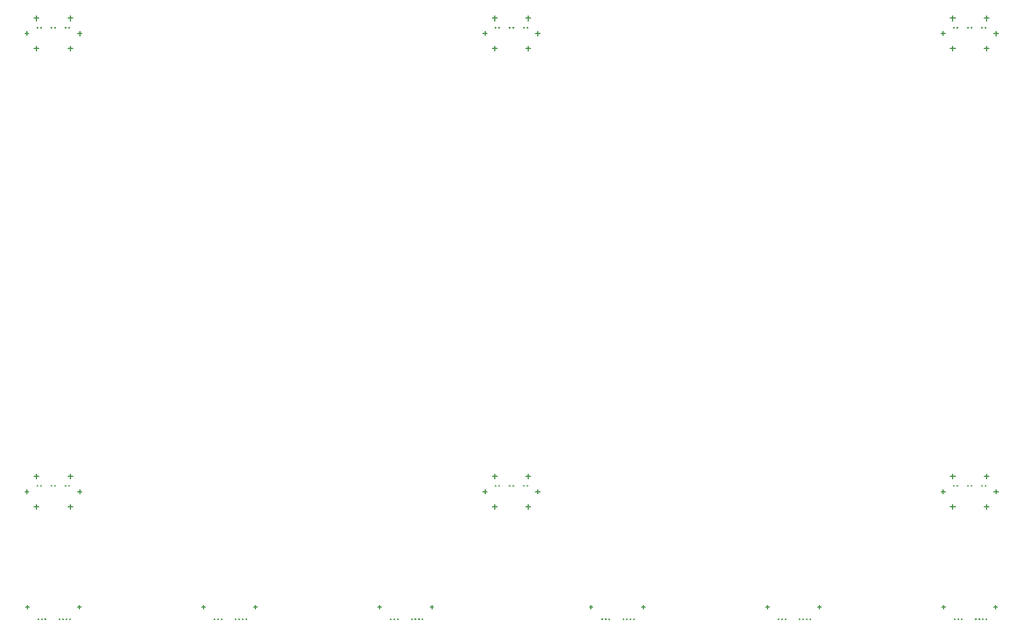
<source format=gbr>
%TF.GenerationSoftware,Altium Limited,Altium Designer,22.5.1 (42)*%
G04 Layer_Color=128*
%FSLAX26Y26*%
%MOIN*%
%TF.SameCoordinates,0DA79311-8CAD-460E-879A-7D23F4F2BAF0*%
%TF.FilePolarity,Positive*%
%TF.FileFunction,Drillmap*%
%TF.Part,Single*%
G01*
G75*
%TA.AperFunction,NonConductor*%
%ADD42C,0.005000*%
D42*
X1709449Y4133858D02*
X1735433D01*
X1722441Y4120866D02*
Y4146850D01*
X1415748Y4133858D02*
X1438583D01*
X1427165Y4122441D02*
Y4145276D01*
X1466535Y4218504D02*
X1494094D01*
X1480315Y4204725D02*
Y4232283D01*
X1655512Y4218504D02*
X1683071D01*
X1669291Y4204725D02*
Y4232283D01*
X1655512Y4049213D02*
X1683071D01*
X1669291Y4035433D02*
Y4062992D01*
X1466535Y4049213D02*
X1494094D01*
X1480315Y4035433D02*
Y4062992D01*
X4025591Y4049213D02*
X4053150D01*
X4039370Y4035433D02*
Y4062992D01*
X4214567Y4049213D02*
X4242126D01*
X4228346Y4035433D02*
Y4062992D01*
X4214567Y4218504D02*
X4242126D01*
X4228346Y4204725D02*
Y4232283D01*
X4025591Y4218504D02*
X4053150D01*
X4039370Y4204725D02*
Y4232283D01*
X3974803Y4133858D02*
X3997638D01*
X3986220Y4122441D02*
Y4145276D01*
X4268504Y4133858D02*
X4294488D01*
X4281496Y4120866D02*
Y4146850D01*
X1466535Y6608268D02*
X1494094D01*
X1480315Y6594488D02*
Y6622047D01*
X1655512Y6608268D02*
X1683071D01*
X1669291Y6594488D02*
Y6622047D01*
X1655512Y6777559D02*
X1683071D01*
X1669291Y6763780D02*
Y6791339D01*
X1466535Y6777559D02*
X1494094D01*
X1480315Y6763780D02*
Y6791339D01*
X1415748Y6692913D02*
X1438583D01*
X1427165Y6681496D02*
Y6704331D01*
X1709449Y6692913D02*
X1735433D01*
X1722441Y6679921D02*
Y6705905D01*
X4025591Y6608268D02*
X4053150D01*
X4039370Y6594488D02*
Y6622047D01*
X4214567Y6608268D02*
X4242126D01*
X4228346Y6594488D02*
Y6622047D01*
X4214567Y6777559D02*
X4242126D01*
X4228346Y6763780D02*
Y6791339D01*
X4025591Y6777559D02*
X4053150D01*
X4039370Y6763780D02*
Y6791339D01*
X3974803Y6692913D02*
X3997638D01*
X3986220Y6681496D02*
Y6704331D01*
X4268504Y6692913D02*
X4294488D01*
X4281496Y6679921D02*
Y6705905D01*
X6584646Y6608268D02*
X6612205D01*
X6598425Y6594488D02*
Y6622047D01*
X6773622Y6608268D02*
X6801181D01*
X6787402Y6594488D02*
Y6622047D01*
X6773622Y6777559D02*
X6801181D01*
X6787402Y6763780D02*
Y6791339D01*
X6584646Y6777559D02*
X6612205D01*
X6598425Y6763780D02*
Y6791339D01*
X6533858Y6692913D02*
X6556693D01*
X6545276Y6681496D02*
Y6704331D01*
X6827559Y6692913D02*
X6853543D01*
X6840551Y6679921D02*
Y6705905D01*
X6584646Y4049213D02*
X6612205D01*
X6598425Y4035433D02*
Y4062992D01*
X6773622Y4049213D02*
X6801181D01*
X6787402Y4035433D02*
Y4062992D01*
X6773622Y4218504D02*
X6801181D01*
X6787402Y4204725D02*
Y4232283D01*
X6584646Y4218504D02*
X6612205D01*
X6598425Y4204725D02*
Y4232283D01*
X6533858Y4133858D02*
X6556693D01*
X6545276Y4122441D02*
Y4145276D01*
X6827559Y4133858D02*
X6853543D01*
X6840551Y4120866D02*
Y4146850D01*
X1419291Y3488189D02*
X1438976D01*
X1429134Y3478347D02*
Y3498032D01*
X1710630Y3488189D02*
X1730315D01*
X1720472Y3478347D02*
Y3498032D01*
X2403543Y3488189D02*
X2423228D01*
X2413386Y3478347D02*
Y3498032D01*
X2694882Y3488189D02*
X2714567D01*
X2704724Y3478347D02*
Y3498032D01*
X3387795Y3488189D02*
X3407480D01*
X3397638Y3478347D02*
Y3498032D01*
X3679134Y3488189D02*
X3698819D01*
X3688976Y3478347D02*
Y3498032D01*
X6537402Y3488189D02*
X6557087D01*
X6547244Y3478347D02*
Y3498032D01*
X6828740Y3488189D02*
X6848425D01*
X6838583Y3478347D02*
Y3498032D01*
X4568898Y3488189D02*
X4588583D01*
X4578740Y3478347D02*
Y3498032D01*
X4860236Y3488189D02*
X4879921D01*
X4870079Y3478347D02*
Y3498032D01*
X5553150Y3488189D02*
X5572835D01*
X5562992Y3478347D02*
Y3498032D01*
X5844488Y3488189D02*
X5864173D01*
X5854331Y3478347D02*
Y3498032D01*
X6745079Y3421260D02*
X6749016D01*
X6747047Y3419291D02*
Y3423228D01*
X6646654Y3421260D02*
X6650591D01*
X6648622Y3419291D02*
Y3423228D01*
X4776575Y3421260D02*
X4780512D01*
X4778543Y3419291D02*
Y3423228D01*
X4678150Y3421260D02*
X4682087D01*
X4680118Y3419291D02*
Y3423228D01*
X3595472Y3421260D02*
X3599409D01*
X3597441Y3419291D02*
Y3423228D01*
X3497047Y3421260D02*
X3500984D01*
X3499016Y3419291D02*
Y3423228D01*
X1626968Y3421260D02*
X1630905D01*
X1628937Y3419291D02*
Y3423228D01*
X1528543Y3421260D02*
X1532480D01*
X1530512Y3419291D02*
Y3423228D01*
X5760827Y3421260D02*
X5764764D01*
X5762795Y3419291D02*
Y3423228D01*
X5662401Y3421260D02*
X5666338D01*
X5664370Y3419291D02*
Y3423228D01*
X2512795Y3421260D02*
X2516732D01*
X2514764Y3419291D02*
Y3423228D01*
X2611220Y3421260D02*
X2615157D01*
X2613189Y3419291D02*
Y3423228D01*
X5741142Y3421260D02*
X5745079D01*
X5743110Y3419291D02*
Y3423228D01*
X4756890Y3421260D02*
X4760827D01*
X4758858Y3419291D02*
Y3423228D01*
X3575787Y3421260D02*
X3579724D01*
X3577756Y3419291D02*
Y3423228D01*
X2591535Y3421260D02*
X2595472D01*
X2593504Y3419291D02*
Y3423228D01*
X5800197Y3421260D02*
X5804134D01*
X5802165Y3419291D02*
Y3423228D01*
X5780512Y3421260D02*
X5784449D01*
X5782480Y3419291D02*
Y3423228D01*
X5642717Y3421260D02*
X5646654D01*
X5644685Y3419291D02*
Y3423228D01*
X5623031Y3421260D02*
X5626968D01*
X5625000Y3419291D02*
Y3423228D01*
X4815945Y3421260D02*
X4819882D01*
X4817913Y3419291D02*
Y3423228D01*
X4796260Y3421260D02*
X4800197D01*
X4798228Y3419291D02*
Y3423228D01*
X4658465Y3421260D02*
X4662401D01*
X4660433Y3419291D02*
Y3423228D01*
X4638779Y3421260D02*
X4642716D01*
X4640748Y3419291D02*
Y3423228D01*
X3634843Y3421260D02*
X3638780D01*
X3636811Y3419291D02*
Y3423228D01*
X3615157Y3421260D02*
X3619094D01*
X3617126Y3419291D02*
Y3423228D01*
X3477362Y3421260D02*
X3481299D01*
X3479331Y3419291D02*
Y3423228D01*
X3457677Y3421260D02*
X3461614D01*
X3459646Y3419291D02*
Y3423228D01*
X2650590Y3421260D02*
X2654528D01*
X2652559Y3419291D02*
Y3423228D01*
X2630905Y3421260D02*
X2634842D01*
X2632874Y3419291D02*
Y3423228D01*
X2493110Y3421260D02*
X2497047D01*
X2495079Y3419291D02*
Y3423228D01*
X2473425Y3421260D02*
X2477362D01*
X2475394Y3419291D02*
Y3423228D01*
X4220472Y6725591D02*
X4224409D01*
X4222441Y6723622D02*
Y6727559D01*
X4200787Y6725591D02*
X4204724D01*
X4202756Y6723622D02*
Y6727559D01*
X4141732Y6725591D02*
X4145669D01*
X4143701Y6723622D02*
Y6727559D01*
X4122047Y6725591D02*
X4125984D01*
X4124016Y6723622D02*
Y6727559D01*
X4062992Y6725591D02*
X4066929D01*
X4064961Y6723622D02*
Y6727559D01*
X4043307Y6725591D02*
X4047244D01*
X4045276Y6723622D02*
Y6727559D01*
X4043307Y4166535D02*
X4047244D01*
X4045276Y4164567D02*
Y4168504D01*
X4062992Y4166535D02*
X4066929D01*
X4064961Y4164567D02*
Y4168504D01*
X4200787Y4166535D02*
X4204724D01*
X4202756Y4164567D02*
Y4168504D01*
X4220472Y4166535D02*
X4224409D01*
X4222441Y4164567D02*
Y4168504D01*
X4122047Y4166535D02*
X4125984D01*
X4124016Y4164567D02*
Y4168504D01*
X4141732Y4166535D02*
X4145669D01*
X4143701Y4164567D02*
Y4168504D01*
X6602362Y4166535D02*
X6606299D01*
X6604331Y4164567D02*
Y4168504D01*
X6622047Y4166535D02*
X6625984D01*
X6624016Y4164567D02*
Y4168504D01*
X6759842Y4166535D02*
X6763779D01*
X6761811Y4164567D02*
Y4168504D01*
X6779528Y4166535D02*
X6783465D01*
X6781496Y4164567D02*
Y4168504D01*
X6681102Y4166535D02*
X6685039D01*
X6683071Y4164567D02*
Y4168504D01*
X6700788Y4166535D02*
X6704725D01*
X6702756Y4164567D02*
Y4168504D01*
X6602362Y6725591D02*
X6606299D01*
X6604331Y6723622D02*
Y6727559D01*
X6622047Y6725591D02*
X6625984D01*
X6624016Y6723622D02*
Y6727559D01*
X6759842Y6725591D02*
X6763779D01*
X6761811Y6723622D02*
Y6727559D01*
X6779528Y6725591D02*
X6783465D01*
X6781496Y6723622D02*
Y6727559D01*
X6681102Y6725591D02*
X6685039D01*
X6683071Y6723622D02*
Y6727559D01*
X6700788Y6725591D02*
X6704725D01*
X6702756Y6723622D02*
Y6727559D01*
X1582677Y6725591D02*
X1586614D01*
X1584646Y6723622D02*
Y6727559D01*
X1562992Y6725591D02*
X1566929D01*
X1564961Y6723622D02*
Y6727559D01*
X1661417Y6725591D02*
X1665354D01*
X1663386Y6723622D02*
Y6727559D01*
X1641732Y6725591D02*
X1645669D01*
X1643701Y6723622D02*
Y6727559D01*
X1503937Y6725591D02*
X1507874D01*
X1505906Y6723622D02*
Y6727559D01*
X1484252Y6725591D02*
X1488189D01*
X1486220Y6723622D02*
Y6727559D01*
X1607283Y3421260D02*
X1611220D01*
X1609252Y3419291D02*
Y3423228D01*
X6725394Y3421260D02*
X6729331D01*
X6727362Y3419291D02*
Y3423228D01*
X6784449Y3421260D02*
X6788386D01*
X6786417Y3419291D02*
Y3423228D01*
X6764764Y3421260D02*
X6768701D01*
X6766732Y3419291D02*
Y3423228D01*
X6626968Y3421260D02*
X6630905D01*
X6628937Y3419291D02*
Y3423228D01*
X6607283Y3421260D02*
X6611220D01*
X6609252Y3419291D02*
Y3423228D01*
X1489173Y3421260D02*
X1493110D01*
X1491142Y3419291D02*
Y3423228D01*
X1508858Y3421260D02*
X1512795D01*
X1510827Y3419291D02*
Y3423228D01*
X1646653Y3421260D02*
X1650590D01*
X1648622Y3419291D02*
Y3423228D01*
X1666339Y3421260D02*
X1670275D01*
X1668307Y3419291D02*
Y3423228D01*
X1562992Y4166535D02*
X1566929D01*
X1564961Y4164567D02*
Y4168504D01*
X1582677Y4166535D02*
X1586614D01*
X1584646Y4164567D02*
Y4168504D01*
X1641732Y4166535D02*
X1645669D01*
X1643701Y4164567D02*
Y4168504D01*
X1661417Y4166535D02*
X1665354D01*
X1663386Y4164567D02*
Y4168504D01*
X1484252Y4166535D02*
X1488189D01*
X1486220Y4164567D02*
Y4168504D01*
X1503937Y4166535D02*
X1507874D01*
X1505906Y4164567D02*
Y4168504D01*
%TF.MD5,dc414253a9ebfd7bc22baf7ace68b9a9*%
M02*

</source>
